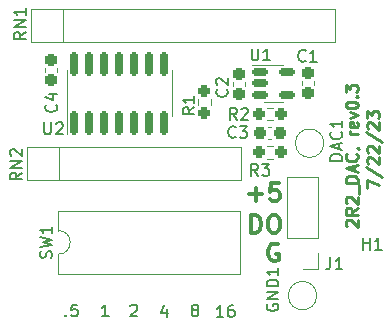
<source format=gto>
%TF.GenerationSoftware,KiCad,Pcbnew,7.0.6-7.0.6~ubuntu22.04.1*%
%TF.CreationDate,2023-08-03T12:39:30-07:00*%
%TF.ProjectId,2r2_dac_r3,3272325f-6461-4635-9f72-332e6b696361,rev?*%
%TF.SameCoordinates,Original*%
%TF.FileFunction,Legend,Top*%
%TF.FilePolarity,Positive*%
%FSLAX46Y46*%
G04 Gerber Fmt 4.6, Leading zero omitted, Abs format (unit mm)*
G04 Created by KiCad (PCBNEW 7.0.6-7.0.6~ubuntu22.04.1) date 2023-08-03 12:39:30*
%MOMM*%
%LPD*%
G01*
G04 APERTURE LIST*
G04 Aperture macros list*
%AMRoundRect*
0 Rectangle with rounded corners*
0 $1 Rounding radius*
0 $2 $3 $4 $5 $6 $7 $8 $9 X,Y pos of 4 corners*
0 Add a 4 corners polygon primitive as box body*
4,1,4,$2,$3,$4,$5,$6,$7,$8,$9,$2,$3,0*
0 Add four circle primitives for the rounded corners*
1,1,$1+$1,$2,$3*
1,1,$1+$1,$4,$5*
1,1,$1+$1,$6,$7*
1,1,$1+$1,$8,$9*
0 Add four rect primitives between the rounded corners*
20,1,$1+$1,$2,$3,$4,$5,0*
20,1,$1+$1,$4,$5,$6,$7,0*
20,1,$1+$1,$6,$7,$8,$9,0*
20,1,$1+$1,$8,$9,$2,$3,0*%
G04 Aperture macros list end*
%ADD10C,0.300000*%
%ADD11C,0.200000*%
%ADD12C,0.250000*%
%ADD13C,0.150000*%
%ADD14C,0.120000*%
%ADD15RoundRect,0.237500X-0.237500X0.250000X-0.237500X-0.250000X0.237500X-0.250000X0.237500X0.250000X0*%
%ADD16RoundRect,0.150000X-0.512500X-0.150000X0.512500X-0.150000X0.512500X0.150000X-0.512500X0.150000X0*%
%ADD17RoundRect,0.237500X0.237500X-0.300000X0.237500X0.300000X-0.237500X0.300000X-0.237500X-0.300000X0*%
%ADD18R,1.600000X1.600000*%
%ADD19O,1.600000X1.600000*%
%ADD20RoundRect,0.237500X-0.300000X-0.237500X0.300000X-0.237500X0.300000X0.237500X-0.300000X0.237500X0*%
%ADD21RoundRect,0.237500X-0.250000X-0.237500X0.250000X-0.237500X0.250000X0.237500X-0.250000X0.237500X0*%
%ADD22C,2.000000*%
%ADD23C,4.500000*%
%ADD24RoundRect,0.237500X-0.237500X0.300000X-0.237500X-0.300000X0.237500X-0.300000X0.237500X0.300000X0*%
%ADD25RoundRect,0.237500X0.250000X0.237500X-0.250000X0.237500X-0.250000X-0.237500X0.250000X-0.237500X0*%
%ADD26RoundRect,0.150000X0.150000X-0.825000X0.150000X0.825000X-0.150000X0.825000X-0.150000X-0.825000X0*%
%ADD27R,1.700000X1.700000*%
%ADD28O,1.700000X1.700000*%
G04 APERTURE END LIST*
D10*
X99986510Y-118916828D02*
X99986510Y-117416828D01*
X99986510Y-117416828D02*
X100343653Y-117416828D01*
X100343653Y-117416828D02*
X100557939Y-117488257D01*
X100557939Y-117488257D02*
X100700796Y-117631114D01*
X100700796Y-117631114D02*
X100772225Y-117773971D01*
X100772225Y-117773971D02*
X100843653Y-118059685D01*
X100843653Y-118059685D02*
X100843653Y-118273971D01*
X100843653Y-118273971D02*
X100772225Y-118559685D01*
X100772225Y-118559685D02*
X100700796Y-118702542D01*
X100700796Y-118702542D02*
X100557939Y-118845400D01*
X100557939Y-118845400D02*
X100343653Y-118916828D01*
X100343653Y-118916828D02*
X99986510Y-118916828D01*
X101772225Y-117416828D02*
X102057939Y-117416828D01*
X102057939Y-117416828D02*
X102200796Y-117488257D01*
X102200796Y-117488257D02*
X102343653Y-117631114D01*
X102343653Y-117631114D02*
X102415082Y-117916828D01*
X102415082Y-117916828D02*
X102415082Y-118416828D01*
X102415082Y-118416828D02*
X102343653Y-118702542D01*
X102343653Y-118702542D02*
X102200796Y-118845400D01*
X102200796Y-118845400D02*
X102057939Y-118916828D01*
X102057939Y-118916828D02*
X101772225Y-118916828D01*
X101772225Y-118916828D02*
X101629368Y-118845400D01*
X101629368Y-118845400D02*
X101486510Y-118702542D01*
X101486510Y-118702542D02*
X101415082Y-118416828D01*
X101415082Y-118416828D02*
X101415082Y-117916828D01*
X101415082Y-117916828D02*
X101486510Y-117631114D01*
X101486510Y-117631114D02*
X101629368Y-117488257D01*
X101629368Y-117488257D02*
X101772225Y-117416828D01*
D11*
X95144530Y-125411790D02*
X95049292Y-125364171D01*
X95049292Y-125364171D02*
X95001673Y-125316552D01*
X95001673Y-125316552D02*
X94954054Y-125221314D01*
X94954054Y-125221314D02*
X94954054Y-125173695D01*
X94954054Y-125173695D02*
X95001673Y-125078457D01*
X95001673Y-125078457D02*
X95049292Y-125030838D01*
X95049292Y-125030838D02*
X95144530Y-124983219D01*
X95144530Y-124983219D02*
X95335006Y-124983219D01*
X95335006Y-124983219D02*
X95430244Y-125030838D01*
X95430244Y-125030838D02*
X95477863Y-125078457D01*
X95477863Y-125078457D02*
X95525482Y-125173695D01*
X95525482Y-125173695D02*
X95525482Y-125221314D01*
X95525482Y-125221314D02*
X95477863Y-125316552D01*
X95477863Y-125316552D02*
X95430244Y-125364171D01*
X95430244Y-125364171D02*
X95335006Y-125411790D01*
X95335006Y-125411790D02*
X95144530Y-125411790D01*
X95144530Y-125411790D02*
X95049292Y-125459409D01*
X95049292Y-125459409D02*
X95001673Y-125507028D01*
X95001673Y-125507028D02*
X94954054Y-125602266D01*
X94954054Y-125602266D02*
X94954054Y-125792742D01*
X94954054Y-125792742D02*
X95001673Y-125887980D01*
X95001673Y-125887980D02*
X95049292Y-125935600D01*
X95049292Y-125935600D02*
X95144530Y-125983219D01*
X95144530Y-125983219D02*
X95335006Y-125983219D01*
X95335006Y-125983219D02*
X95430244Y-125935600D01*
X95430244Y-125935600D02*
X95477863Y-125887980D01*
X95477863Y-125887980D02*
X95525482Y-125792742D01*
X95525482Y-125792742D02*
X95525482Y-125602266D01*
X95525482Y-125602266D02*
X95477863Y-125507028D01*
X95477863Y-125507028D02*
X95430244Y-125459409D01*
X95430244Y-125459409D02*
X95335006Y-125411790D01*
D10*
X102272225Y-119888257D02*
X102129368Y-119816828D01*
X102129368Y-119816828D02*
X101915082Y-119816828D01*
X101915082Y-119816828D02*
X101700796Y-119888257D01*
X101700796Y-119888257D02*
X101557939Y-120031114D01*
X101557939Y-120031114D02*
X101486510Y-120173971D01*
X101486510Y-120173971D02*
X101415082Y-120459685D01*
X101415082Y-120459685D02*
X101415082Y-120673971D01*
X101415082Y-120673971D02*
X101486510Y-120959685D01*
X101486510Y-120959685D02*
X101557939Y-121102542D01*
X101557939Y-121102542D02*
X101700796Y-121245400D01*
X101700796Y-121245400D02*
X101915082Y-121316828D01*
X101915082Y-121316828D02*
X102057939Y-121316828D01*
X102057939Y-121316828D02*
X102272225Y-121245400D01*
X102272225Y-121245400D02*
X102343653Y-121173971D01*
X102343653Y-121173971D02*
X102343653Y-120673971D01*
X102343653Y-120673971D02*
X102057939Y-120673971D01*
X99786510Y-115645400D02*
X100929368Y-115645400D01*
X100357939Y-116216828D02*
X100357939Y-115073971D01*
X102357939Y-114716828D02*
X101643653Y-114716828D01*
X101643653Y-114716828D02*
X101572225Y-115431114D01*
X101572225Y-115431114D02*
X101643653Y-115359685D01*
X101643653Y-115359685D02*
X101786511Y-115288257D01*
X101786511Y-115288257D02*
X102143653Y-115288257D01*
X102143653Y-115288257D02*
X102286511Y-115359685D01*
X102286511Y-115359685D02*
X102357939Y-115431114D01*
X102357939Y-115431114D02*
X102429368Y-115573971D01*
X102429368Y-115573971D02*
X102429368Y-115931114D01*
X102429368Y-115931114D02*
X102357939Y-116073971D01*
X102357939Y-116073971D02*
X102286511Y-116145400D01*
X102286511Y-116145400D02*
X102143653Y-116216828D01*
X102143653Y-116216828D02*
X101786511Y-116216828D01*
X101786511Y-116216828D02*
X101643653Y-116145400D01*
X101643653Y-116145400D02*
X101572225Y-116073971D01*
D11*
X97625482Y-126033219D02*
X97054054Y-126033219D01*
X97339768Y-126033219D02*
X97339768Y-125033219D01*
X97339768Y-125033219D02*
X97244530Y-125176076D01*
X97244530Y-125176076D02*
X97149292Y-125271314D01*
X97149292Y-125271314D02*
X97054054Y-125318933D01*
X98482625Y-125033219D02*
X98292149Y-125033219D01*
X98292149Y-125033219D02*
X98196911Y-125080838D01*
X98196911Y-125080838D02*
X98149292Y-125128457D01*
X98149292Y-125128457D02*
X98054054Y-125271314D01*
X98054054Y-125271314D02*
X98006435Y-125461790D01*
X98006435Y-125461790D02*
X98006435Y-125842742D01*
X98006435Y-125842742D02*
X98054054Y-125937980D01*
X98054054Y-125937980D02*
X98101673Y-125985600D01*
X98101673Y-125985600D02*
X98196911Y-126033219D01*
X98196911Y-126033219D02*
X98387387Y-126033219D01*
X98387387Y-126033219D02*
X98482625Y-125985600D01*
X98482625Y-125985600D02*
X98530244Y-125937980D01*
X98530244Y-125937980D02*
X98577863Y-125842742D01*
X98577863Y-125842742D02*
X98577863Y-125604647D01*
X98577863Y-125604647D02*
X98530244Y-125509409D01*
X98530244Y-125509409D02*
X98482625Y-125461790D01*
X98482625Y-125461790D02*
X98387387Y-125414171D01*
X98387387Y-125414171D02*
X98196911Y-125414171D01*
X98196911Y-125414171D02*
X98101673Y-125461790D01*
X98101673Y-125461790D02*
X98054054Y-125509409D01*
X98054054Y-125509409D02*
X98006435Y-125604647D01*
X87925482Y-125983219D02*
X87354054Y-125983219D01*
X87639768Y-125983219D02*
X87639768Y-124983219D01*
X87639768Y-124983219D02*
X87544530Y-125126076D01*
X87544530Y-125126076D02*
X87449292Y-125221314D01*
X87449292Y-125221314D02*
X87354054Y-125268933D01*
D12*
X109796619Y-115108669D02*
X109796619Y-114442003D01*
X109796619Y-114442003D02*
X110796619Y-114870574D01*
X109749000Y-113346765D02*
X111034714Y-114203907D01*
X109891857Y-113061050D02*
X109844238Y-113013431D01*
X109844238Y-113013431D02*
X109796619Y-112918193D01*
X109796619Y-112918193D02*
X109796619Y-112680098D01*
X109796619Y-112680098D02*
X109844238Y-112584860D01*
X109844238Y-112584860D02*
X109891857Y-112537241D01*
X109891857Y-112537241D02*
X109987095Y-112489622D01*
X109987095Y-112489622D02*
X110082333Y-112489622D01*
X110082333Y-112489622D02*
X110225190Y-112537241D01*
X110225190Y-112537241D02*
X110796619Y-113108669D01*
X110796619Y-113108669D02*
X110796619Y-112489622D01*
X109891857Y-112108669D02*
X109844238Y-112061050D01*
X109844238Y-112061050D02*
X109796619Y-111965812D01*
X109796619Y-111965812D02*
X109796619Y-111727717D01*
X109796619Y-111727717D02*
X109844238Y-111632479D01*
X109844238Y-111632479D02*
X109891857Y-111584860D01*
X109891857Y-111584860D02*
X109987095Y-111537241D01*
X109987095Y-111537241D02*
X110082333Y-111537241D01*
X110082333Y-111537241D02*
X110225190Y-111584860D01*
X110225190Y-111584860D02*
X110796619Y-112156288D01*
X110796619Y-112156288D02*
X110796619Y-111537241D01*
X109749000Y-110394384D02*
X111034714Y-111251526D01*
X109891857Y-110108669D02*
X109844238Y-110061050D01*
X109844238Y-110061050D02*
X109796619Y-109965812D01*
X109796619Y-109965812D02*
X109796619Y-109727717D01*
X109796619Y-109727717D02*
X109844238Y-109632479D01*
X109844238Y-109632479D02*
X109891857Y-109584860D01*
X109891857Y-109584860D02*
X109987095Y-109537241D01*
X109987095Y-109537241D02*
X110082333Y-109537241D01*
X110082333Y-109537241D02*
X110225190Y-109584860D01*
X110225190Y-109584860D02*
X110796619Y-110156288D01*
X110796619Y-110156288D02*
X110796619Y-109537241D01*
X109796619Y-109203907D02*
X109796619Y-108584860D01*
X109796619Y-108584860D02*
X110177571Y-108918193D01*
X110177571Y-108918193D02*
X110177571Y-108775336D01*
X110177571Y-108775336D02*
X110225190Y-108680098D01*
X110225190Y-108680098D02*
X110272809Y-108632479D01*
X110272809Y-108632479D02*
X110368047Y-108584860D01*
X110368047Y-108584860D02*
X110606142Y-108584860D01*
X110606142Y-108584860D02*
X110701380Y-108632479D01*
X110701380Y-108632479D02*
X110749000Y-108680098D01*
X110749000Y-108680098D02*
X110796619Y-108775336D01*
X110796619Y-108775336D02*
X110796619Y-109061050D01*
X110796619Y-109061050D02*
X110749000Y-109156288D01*
X110749000Y-109156288D02*
X110701380Y-109203907D01*
X108091857Y-118361050D02*
X108044238Y-118313431D01*
X108044238Y-118313431D02*
X107996619Y-118218193D01*
X107996619Y-118218193D02*
X107996619Y-117980098D01*
X107996619Y-117980098D02*
X108044238Y-117884860D01*
X108044238Y-117884860D02*
X108091857Y-117837241D01*
X108091857Y-117837241D02*
X108187095Y-117789622D01*
X108187095Y-117789622D02*
X108282333Y-117789622D01*
X108282333Y-117789622D02*
X108425190Y-117837241D01*
X108425190Y-117837241D02*
X108996619Y-118408669D01*
X108996619Y-118408669D02*
X108996619Y-117789622D01*
X108996619Y-116789622D02*
X108520428Y-117122955D01*
X108996619Y-117361050D02*
X107996619Y-117361050D01*
X107996619Y-117361050D02*
X107996619Y-116980098D01*
X107996619Y-116980098D02*
X108044238Y-116884860D01*
X108044238Y-116884860D02*
X108091857Y-116837241D01*
X108091857Y-116837241D02*
X108187095Y-116789622D01*
X108187095Y-116789622D02*
X108329952Y-116789622D01*
X108329952Y-116789622D02*
X108425190Y-116837241D01*
X108425190Y-116837241D02*
X108472809Y-116884860D01*
X108472809Y-116884860D02*
X108520428Y-116980098D01*
X108520428Y-116980098D02*
X108520428Y-117361050D01*
X108091857Y-116408669D02*
X108044238Y-116361050D01*
X108044238Y-116361050D02*
X107996619Y-116265812D01*
X107996619Y-116265812D02*
X107996619Y-116027717D01*
X107996619Y-116027717D02*
X108044238Y-115932479D01*
X108044238Y-115932479D02*
X108091857Y-115884860D01*
X108091857Y-115884860D02*
X108187095Y-115837241D01*
X108187095Y-115837241D02*
X108282333Y-115837241D01*
X108282333Y-115837241D02*
X108425190Y-115884860D01*
X108425190Y-115884860D02*
X108996619Y-116456288D01*
X108996619Y-116456288D02*
X108996619Y-115837241D01*
X109091857Y-115646765D02*
X109091857Y-114884860D01*
X108996619Y-114646764D02*
X107996619Y-114646764D01*
X107996619Y-114646764D02*
X107996619Y-114408669D01*
X107996619Y-114408669D02*
X108044238Y-114265812D01*
X108044238Y-114265812D02*
X108139476Y-114170574D01*
X108139476Y-114170574D02*
X108234714Y-114122955D01*
X108234714Y-114122955D02*
X108425190Y-114075336D01*
X108425190Y-114075336D02*
X108568047Y-114075336D01*
X108568047Y-114075336D02*
X108758523Y-114122955D01*
X108758523Y-114122955D02*
X108853761Y-114170574D01*
X108853761Y-114170574D02*
X108949000Y-114265812D01*
X108949000Y-114265812D02*
X108996619Y-114408669D01*
X108996619Y-114408669D02*
X108996619Y-114646764D01*
X108710904Y-113694383D02*
X108710904Y-113218193D01*
X108996619Y-113789621D02*
X107996619Y-113456288D01*
X107996619Y-113456288D02*
X108996619Y-113122955D01*
X108901380Y-112218193D02*
X108949000Y-112265812D01*
X108949000Y-112265812D02*
X108996619Y-112408669D01*
X108996619Y-112408669D02*
X108996619Y-112503907D01*
X108996619Y-112503907D02*
X108949000Y-112646764D01*
X108949000Y-112646764D02*
X108853761Y-112742002D01*
X108853761Y-112742002D02*
X108758523Y-112789621D01*
X108758523Y-112789621D02*
X108568047Y-112837240D01*
X108568047Y-112837240D02*
X108425190Y-112837240D01*
X108425190Y-112837240D02*
X108234714Y-112789621D01*
X108234714Y-112789621D02*
X108139476Y-112742002D01*
X108139476Y-112742002D02*
X108044238Y-112646764D01*
X108044238Y-112646764D02*
X107996619Y-112503907D01*
X107996619Y-112503907D02*
X107996619Y-112408669D01*
X107996619Y-112408669D02*
X108044238Y-112265812D01*
X108044238Y-112265812D02*
X108091857Y-112218193D01*
X108949000Y-111742002D02*
X108996619Y-111742002D01*
X108996619Y-111742002D02*
X109091857Y-111789621D01*
X109091857Y-111789621D02*
X109139476Y-111837240D01*
X108996619Y-110551526D02*
X108329952Y-110551526D01*
X108520428Y-110551526D02*
X108425190Y-110503907D01*
X108425190Y-110503907D02*
X108377571Y-110456288D01*
X108377571Y-110456288D02*
X108329952Y-110361050D01*
X108329952Y-110361050D02*
X108329952Y-110265812D01*
X108949000Y-109551526D02*
X108996619Y-109646764D01*
X108996619Y-109646764D02*
X108996619Y-109837240D01*
X108996619Y-109837240D02*
X108949000Y-109932478D01*
X108949000Y-109932478D02*
X108853761Y-109980097D01*
X108853761Y-109980097D02*
X108472809Y-109980097D01*
X108472809Y-109980097D02*
X108377571Y-109932478D01*
X108377571Y-109932478D02*
X108329952Y-109837240D01*
X108329952Y-109837240D02*
X108329952Y-109646764D01*
X108329952Y-109646764D02*
X108377571Y-109551526D01*
X108377571Y-109551526D02*
X108472809Y-109503907D01*
X108472809Y-109503907D02*
X108568047Y-109503907D01*
X108568047Y-109503907D02*
X108663285Y-109980097D01*
X108329952Y-109170573D02*
X108996619Y-108932478D01*
X108996619Y-108932478D02*
X108329952Y-108694383D01*
X107996619Y-108122954D02*
X107996619Y-108027716D01*
X107996619Y-108027716D02*
X108044238Y-107932478D01*
X108044238Y-107932478D02*
X108091857Y-107884859D01*
X108091857Y-107884859D02*
X108187095Y-107837240D01*
X108187095Y-107837240D02*
X108377571Y-107789621D01*
X108377571Y-107789621D02*
X108615666Y-107789621D01*
X108615666Y-107789621D02*
X108806142Y-107837240D01*
X108806142Y-107837240D02*
X108901380Y-107884859D01*
X108901380Y-107884859D02*
X108949000Y-107932478D01*
X108949000Y-107932478D02*
X108996619Y-108027716D01*
X108996619Y-108027716D02*
X108996619Y-108122954D01*
X108996619Y-108122954D02*
X108949000Y-108218192D01*
X108949000Y-108218192D02*
X108901380Y-108265811D01*
X108901380Y-108265811D02*
X108806142Y-108313430D01*
X108806142Y-108313430D02*
X108615666Y-108361049D01*
X108615666Y-108361049D02*
X108377571Y-108361049D01*
X108377571Y-108361049D02*
X108187095Y-108313430D01*
X108187095Y-108313430D02*
X108091857Y-108265811D01*
X108091857Y-108265811D02*
X108044238Y-108218192D01*
X108044238Y-108218192D02*
X107996619Y-108122954D01*
X108901380Y-107361049D02*
X108949000Y-107313430D01*
X108949000Y-107313430D02*
X108996619Y-107361049D01*
X108996619Y-107361049D02*
X108949000Y-107408668D01*
X108949000Y-107408668D02*
X108901380Y-107361049D01*
X108901380Y-107361049D02*
X108996619Y-107361049D01*
X107996619Y-106980097D02*
X107996619Y-106361050D01*
X107996619Y-106361050D02*
X108377571Y-106694383D01*
X108377571Y-106694383D02*
X108377571Y-106551526D01*
X108377571Y-106551526D02*
X108425190Y-106456288D01*
X108425190Y-106456288D02*
X108472809Y-106408669D01*
X108472809Y-106408669D02*
X108568047Y-106361050D01*
X108568047Y-106361050D02*
X108806142Y-106361050D01*
X108806142Y-106361050D02*
X108901380Y-106408669D01*
X108901380Y-106408669D02*
X108949000Y-106456288D01*
X108949000Y-106456288D02*
X108996619Y-106551526D01*
X108996619Y-106551526D02*
X108996619Y-106837240D01*
X108996619Y-106837240D02*
X108949000Y-106932478D01*
X108949000Y-106932478D02*
X108901380Y-106980097D01*
D11*
X92830244Y-125366552D02*
X92830244Y-126033219D01*
X92592149Y-124985600D02*
X92354054Y-125699885D01*
X92354054Y-125699885D02*
X92973101Y-125699885D01*
X84301673Y-125887980D02*
X84349292Y-125935600D01*
X84349292Y-125935600D02*
X84301673Y-125983219D01*
X84301673Y-125983219D02*
X84254054Y-125935600D01*
X84254054Y-125935600D02*
X84301673Y-125887980D01*
X84301673Y-125887980D02*
X84301673Y-125983219D01*
X85254053Y-124983219D02*
X84777863Y-124983219D01*
X84777863Y-124983219D02*
X84730244Y-125459409D01*
X84730244Y-125459409D02*
X84777863Y-125411790D01*
X84777863Y-125411790D02*
X84873101Y-125364171D01*
X84873101Y-125364171D02*
X85111196Y-125364171D01*
X85111196Y-125364171D02*
X85206434Y-125411790D01*
X85206434Y-125411790D02*
X85254053Y-125459409D01*
X85254053Y-125459409D02*
X85301672Y-125554647D01*
X85301672Y-125554647D02*
X85301672Y-125792742D01*
X85301672Y-125792742D02*
X85254053Y-125887980D01*
X85254053Y-125887980D02*
X85206434Y-125935600D01*
X85206434Y-125935600D02*
X85111196Y-125983219D01*
X85111196Y-125983219D02*
X84873101Y-125983219D01*
X84873101Y-125983219D02*
X84777863Y-125935600D01*
X84777863Y-125935600D02*
X84730244Y-125887980D01*
X89754054Y-125078457D02*
X89801673Y-125030838D01*
X89801673Y-125030838D02*
X89896911Y-124983219D01*
X89896911Y-124983219D02*
X90135006Y-124983219D01*
X90135006Y-124983219D02*
X90230244Y-125030838D01*
X90230244Y-125030838D02*
X90277863Y-125078457D01*
X90277863Y-125078457D02*
X90325482Y-125173695D01*
X90325482Y-125173695D02*
X90325482Y-125268933D01*
X90325482Y-125268933D02*
X90277863Y-125411790D01*
X90277863Y-125411790D02*
X89706435Y-125983219D01*
X89706435Y-125983219D02*
X90325482Y-125983219D01*
D13*
X95186819Y-108282666D02*
X94710628Y-108615999D01*
X95186819Y-108854094D02*
X94186819Y-108854094D01*
X94186819Y-108854094D02*
X94186819Y-108473142D01*
X94186819Y-108473142D02*
X94234438Y-108377904D01*
X94234438Y-108377904D02*
X94282057Y-108330285D01*
X94282057Y-108330285D02*
X94377295Y-108282666D01*
X94377295Y-108282666D02*
X94520152Y-108282666D01*
X94520152Y-108282666D02*
X94615390Y-108330285D01*
X94615390Y-108330285D02*
X94663009Y-108377904D01*
X94663009Y-108377904D02*
X94710628Y-108473142D01*
X94710628Y-108473142D02*
X94710628Y-108854094D01*
X95186819Y-107330285D02*
X95186819Y-107901713D01*
X95186819Y-107615999D02*
X94186819Y-107615999D01*
X94186819Y-107615999D02*
X94329676Y-107711237D01*
X94329676Y-107711237D02*
X94424914Y-107806475D01*
X94424914Y-107806475D02*
X94472533Y-107901713D01*
X100022595Y-103308319D02*
X100022595Y-104117842D01*
X100022595Y-104117842D02*
X100070214Y-104213080D01*
X100070214Y-104213080D02*
X100117833Y-104260700D01*
X100117833Y-104260700D02*
X100213071Y-104308319D01*
X100213071Y-104308319D02*
X100403547Y-104308319D01*
X100403547Y-104308319D02*
X100498785Y-104260700D01*
X100498785Y-104260700D02*
X100546404Y-104213080D01*
X100546404Y-104213080D02*
X100594023Y-104117842D01*
X100594023Y-104117842D02*
X100594023Y-103308319D01*
X101594023Y-104308319D02*
X101022595Y-104308319D01*
X101308309Y-104308319D02*
X101308309Y-103308319D01*
X101308309Y-103308319D02*
X101213071Y-103451176D01*
X101213071Y-103451176D02*
X101117833Y-103546414D01*
X101117833Y-103546414D02*
X101022595Y-103594033D01*
X97919080Y-106757666D02*
X97966700Y-106805285D01*
X97966700Y-106805285D02*
X98014319Y-106948142D01*
X98014319Y-106948142D02*
X98014319Y-107043380D01*
X98014319Y-107043380D02*
X97966700Y-107186237D01*
X97966700Y-107186237D02*
X97871461Y-107281475D01*
X97871461Y-107281475D02*
X97776223Y-107329094D01*
X97776223Y-107329094D02*
X97585747Y-107376713D01*
X97585747Y-107376713D02*
X97442890Y-107376713D01*
X97442890Y-107376713D02*
X97252414Y-107329094D01*
X97252414Y-107329094D02*
X97157176Y-107281475D01*
X97157176Y-107281475D02*
X97061938Y-107186237D01*
X97061938Y-107186237D02*
X97014319Y-107043380D01*
X97014319Y-107043380D02*
X97014319Y-106948142D01*
X97014319Y-106948142D02*
X97061938Y-106805285D01*
X97061938Y-106805285D02*
X97109557Y-106757666D01*
X97109557Y-106376713D02*
X97061938Y-106329094D01*
X97061938Y-106329094D02*
X97014319Y-106233856D01*
X97014319Y-106233856D02*
X97014319Y-105995761D01*
X97014319Y-105995761D02*
X97061938Y-105900523D01*
X97061938Y-105900523D02*
X97109557Y-105852904D01*
X97109557Y-105852904D02*
X97204795Y-105805285D01*
X97204795Y-105805285D02*
X97300033Y-105805285D01*
X97300033Y-105805285D02*
X97442890Y-105852904D01*
X97442890Y-105852904D02*
X98014319Y-106424332D01*
X98014319Y-106424332D02*
X98014319Y-105805285D01*
X80586819Y-113806476D02*
X80110628Y-114139809D01*
X80586819Y-114377904D02*
X79586819Y-114377904D01*
X79586819Y-114377904D02*
X79586819Y-113996952D01*
X79586819Y-113996952D02*
X79634438Y-113901714D01*
X79634438Y-113901714D02*
X79682057Y-113854095D01*
X79682057Y-113854095D02*
X79777295Y-113806476D01*
X79777295Y-113806476D02*
X79920152Y-113806476D01*
X79920152Y-113806476D02*
X80015390Y-113854095D01*
X80015390Y-113854095D02*
X80063009Y-113901714D01*
X80063009Y-113901714D02*
X80110628Y-113996952D01*
X80110628Y-113996952D02*
X80110628Y-114377904D01*
X80586819Y-113377904D02*
X79586819Y-113377904D01*
X79586819Y-113377904D02*
X80586819Y-112806476D01*
X80586819Y-112806476D02*
X79586819Y-112806476D01*
X79682057Y-112377904D02*
X79634438Y-112330285D01*
X79634438Y-112330285D02*
X79586819Y-112235047D01*
X79586819Y-112235047D02*
X79586819Y-111996952D01*
X79586819Y-111996952D02*
X79634438Y-111901714D01*
X79634438Y-111901714D02*
X79682057Y-111854095D01*
X79682057Y-111854095D02*
X79777295Y-111806476D01*
X79777295Y-111806476D02*
X79872533Y-111806476D01*
X79872533Y-111806476D02*
X80015390Y-111854095D01*
X80015390Y-111854095D02*
X80586819Y-112425523D01*
X80586819Y-112425523D02*
X80586819Y-111806476D01*
X98665333Y-110775580D02*
X98617714Y-110823200D01*
X98617714Y-110823200D02*
X98474857Y-110870819D01*
X98474857Y-110870819D02*
X98379619Y-110870819D01*
X98379619Y-110870819D02*
X98236762Y-110823200D01*
X98236762Y-110823200D02*
X98141524Y-110727961D01*
X98141524Y-110727961D02*
X98093905Y-110632723D01*
X98093905Y-110632723D02*
X98046286Y-110442247D01*
X98046286Y-110442247D02*
X98046286Y-110299390D01*
X98046286Y-110299390D02*
X98093905Y-110108914D01*
X98093905Y-110108914D02*
X98141524Y-110013676D01*
X98141524Y-110013676D02*
X98236762Y-109918438D01*
X98236762Y-109918438D02*
X98379619Y-109870819D01*
X98379619Y-109870819D02*
X98474857Y-109870819D01*
X98474857Y-109870819D02*
X98617714Y-109918438D01*
X98617714Y-109918438D02*
X98665333Y-109966057D01*
X98998667Y-109870819D02*
X99617714Y-109870819D01*
X99617714Y-109870819D02*
X99284381Y-110251771D01*
X99284381Y-110251771D02*
X99427238Y-110251771D01*
X99427238Y-110251771D02*
X99522476Y-110299390D01*
X99522476Y-110299390D02*
X99570095Y-110347009D01*
X99570095Y-110347009D02*
X99617714Y-110442247D01*
X99617714Y-110442247D02*
X99617714Y-110680342D01*
X99617714Y-110680342D02*
X99570095Y-110775580D01*
X99570095Y-110775580D02*
X99522476Y-110823200D01*
X99522476Y-110823200D02*
X99427238Y-110870819D01*
X99427238Y-110870819D02*
X99141524Y-110870819D01*
X99141524Y-110870819D02*
X99046286Y-110823200D01*
X99046286Y-110823200D02*
X98998667Y-110775580D01*
X83069200Y-121039332D02*
X83116819Y-120896475D01*
X83116819Y-120896475D02*
X83116819Y-120658380D01*
X83116819Y-120658380D02*
X83069200Y-120563142D01*
X83069200Y-120563142D02*
X83021580Y-120515523D01*
X83021580Y-120515523D02*
X82926342Y-120467904D01*
X82926342Y-120467904D02*
X82831104Y-120467904D01*
X82831104Y-120467904D02*
X82735866Y-120515523D01*
X82735866Y-120515523D02*
X82688247Y-120563142D01*
X82688247Y-120563142D02*
X82640628Y-120658380D01*
X82640628Y-120658380D02*
X82593009Y-120848856D01*
X82593009Y-120848856D02*
X82545390Y-120944094D01*
X82545390Y-120944094D02*
X82497771Y-120991713D01*
X82497771Y-120991713D02*
X82402533Y-121039332D01*
X82402533Y-121039332D02*
X82307295Y-121039332D01*
X82307295Y-121039332D02*
X82212057Y-120991713D01*
X82212057Y-120991713D02*
X82164438Y-120944094D01*
X82164438Y-120944094D02*
X82116819Y-120848856D01*
X82116819Y-120848856D02*
X82116819Y-120610761D01*
X82116819Y-120610761D02*
X82164438Y-120467904D01*
X82116819Y-120134570D02*
X83116819Y-119896475D01*
X83116819Y-119896475D02*
X82402533Y-119705999D01*
X82402533Y-119705999D02*
X83116819Y-119515523D01*
X83116819Y-119515523D02*
X82116819Y-119277428D01*
X83116819Y-118372666D02*
X83116819Y-118944094D01*
X83116819Y-118658380D02*
X82116819Y-118658380D01*
X82116819Y-118658380D02*
X82259676Y-118753618D01*
X82259676Y-118753618D02*
X82354914Y-118848856D01*
X82354914Y-118848856D02*
X82402533Y-118944094D01*
X100565333Y-114070819D02*
X100232000Y-113594628D01*
X99993905Y-114070819D02*
X99993905Y-113070819D01*
X99993905Y-113070819D02*
X100374857Y-113070819D01*
X100374857Y-113070819D02*
X100470095Y-113118438D01*
X100470095Y-113118438D02*
X100517714Y-113166057D01*
X100517714Y-113166057D02*
X100565333Y-113261295D01*
X100565333Y-113261295D02*
X100565333Y-113404152D01*
X100565333Y-113404152D02*
X100517714Y-113499390D01*
X100517714Y-113499390D02*
X100470095Y-113547009D01*
X100470095Y-113547009D02*
X100374857Y-113594628D01*
X100374857Y-113594628D02*
X99993905Y-113594628D01*
X100898667Y-113070819D02*
X101517714Y-113070819D01*
X101517714Y-113070819D02*
X101184381Y-113451771D01*
X101184381Y-113451771D02*
X101327238Y-113451771D01*
X101327238Y-113451771D02*
X101422476Y-113499390D01*
X101422476Y-113499390D02*
X101470095Y-113547009D01*
X101470095Y-113547009D02*
X101517714Y-113642247D01*
X101517714Y-113642247D02*
X101517714Y-113880342D01*
X101517714Y-113880342D02*
X101470095Y-113975580D01*
X101470095Y-113975580D02*
X101422476Y-114023200D01*
X101422476Y-114023200D02*
X101327238Y-114070819D01*
X101327238Y-114070819D02*
X101041524Y-114070819D01*
X101041524Y-114070819D02*
X100946286Y-114023200D01*
X100946286Y-114023200D02*
X100898667Y-113975580D01*
X80886819Y-101906476D02*
X80410628Y-102239809D01*
X80886819Y-102477904D02*
X79886819Y-102477904D01*
X79886819Y-102477904D02*
X79886819Y-102096952D01*
X79886819Y-102096952D02*
X79934438Y-102001714D01*
X79934438Y-102001714D02*
X79982057Y-101954095D01*
X79982057Y-101954095D02*
X80077295Y-101906476D01*
X80077295Y-101906476D02*
X80220152Y-101906476D01*
X80220152Y-101906476D02*
X80315390Y-101954095D01*
X80315390Y-101954095D02*
X80363009Y-102001714D01*
X80363009Y-102001714D02*
X80410628Y-102096952D01*
X80410628Y-102096952D02*
X80410628Y-102477904D01*
X80886819Y-101477904D02*
X79886819Y-101477904D01*
X79886819Y-101477904D02*
X80886819Y-100906476D01*
X80886819Y-100906476D02*
X79886819Y-100906476D01*
X80886819Y-99906476D02*
X80886819Y-100477904D01*
X80886819Y-100192190D02*
X79886819Y-100192190D01*
X79886819Y-100192190D02*
X80029676Y-100287428D01*
X80029676Y-100287428D02*
X80124914Y-100382666D01*
X80124914Y-100382666D02*
X80172533Y-100477904D01*
X107686819Y-112782666D02*
X106686819Y-112782666D01*
X106686819Y-112782666D02*
X106686819Y-112544571D01*
X106686819Y-112544571D02*
X106734438Y-112401714D01*
X106734438Y-112401714D02*
X106829676Y-112306476D01*
X106829676Y-112306476D02*
X106924914Y-112258857D01*
X106924914Y-112258857D02*
X107115390Y-112211238D01*
X107115390Y-112211238D02*
X107258247Y-112211238D01*
X107258247Y-112211238D02*
X107448723Y-112258857D01*
X107448723Y-112258857D02*
X107543961Y-112306476D01*
X107543961Y-112306476D02*
X107639200Y-112401714D01*
X107639200Y-112401714D02*
X107686819Y-112544571D01*
X107686819Y-112544571D02*
X107686819Y-112782666D01*
X107401104Y-111830285D02*
X107401104Y-111354095D01*
X107686819Y-111925523D02*
X106686819Y-111592190D01*
X106686819Y-111592190D02*
X107686819Y-111258857D01*
X107591580Y-110354095D02*
X107639200Y-110401714D01*
X107639200Y-110401714D02*
X107686819Y-110544571D01*
X107686819Y-110544571D02*
X107686819Y-110639809D01*
X107686819Y-110639809D02*
X107639200Y-110782666D01*
X107639200Y-110782666D02*
X107543961Y-110877904D01*
X107543961Y-110877904D02*
X107448723Y-110925523D01*
X107448723Y-110925523D02*
X107258247Y-110973142D01*
X107258247Y-110973142D02*
X107115390Y-110973142D01*
X107115390Y-110973142D02*
X106924914Y-110925523D01*
X106924914Y-110925523D02*
X106829676Y-110877904D01*
X106829676Y-110877904D02*
X106734438Y-110782666D01*
X106734438Y-110782666D02*
X106686819Y-110639809D01*
X106686819Y-110639809D02*
X106686819Y-110544571D01*
X106686819Y-110544571D02*
X106734438Y-110401714D01*
X106734438Y-110401714D02*
X106782057Y-110354095D01*
X107686819Y-109401714D02*
X107686819Y-109973142D01*
X107686819Y-109687428D02*
X106686819Y-109687428D01*
X106686819Y-109687428D02*
X106829676Y-109782666D01*
X106829676Y-109782666D02*
X106924914Y-109877904D01*
X106924914Y-109877904D02*
X106972533Y-109973142D01*
X83458705Y-108045166D02*
X83506325Y-108092785D01*
X83506325Y-108092785D02*
X83553944Y-108235642D01*
X83553944Y-108235642D02*
X83553944Y-108330880D01*
X83553944Y-108330880D02*
X83506325Y-108473737D01*
X83506325Y-108473737D02*
X83411086Y-108568975D01*
X83411086Y-108568975D02*
X83315848Y-108616594D01*
X83315848Y-108616594D02*
X83125372Y-108664213D01*
X83125372Y-108664213D02*
X82982515Y-108664213D01*
X82982515Y-108664213D02*
X82792039Y-108616594D01*
X82792039Y-108616594D02*
X82696801Y-108568975D01*
X82696801Y-108568975D02*
X82601563Y-108473737D01*
X82601563Y-108473737D02*
X82553944Y-108330880D01*
X82553944Y-108330880D02*
X82553944Y-108235642D01*
X82553944Y-108235642D02*
X82601563Y-108092785D01*
X82601563Y-108092785D02*
X82649182Y-108045166D01*
X82887277Y-107188023D02*
X83553944Y-107188023D01*
X82506325Y-107426118D02*
X83220610Y-107664213D01*
X83220610Y-107664213D02*
X83220610Y-107045166D01*
X101334438Y-124954095D02*
X101286819Y-125049333D01*
X101286819Y-125049333D02*
X101286819Y-125192190D01*
X101286819Y-125192190D02*
X101334438Y-125335047D01*
X101334438Y-125335047D02*
X101429676Y-125430285D01*
X101429676Y-125430285D02*
X101524914Y-125477904D01*
X101524914Y-125477904D02*
X101715390Y-125525523D01*
X101715390Y-125525523D02*
X101858247Y-125525523D01*
X101858247Y-125525523D02*
X102048723Y-125477904D01*
X102048723Y-125477904D02*
X102143961Y-125430285D01*
X102143961Y-125430285D02*
X102239200Y-125335047D01*
X102239200Y-125335047D02*
X102286819Y-125192190D01*
X102286819Y-125192190D02*
X102286819Y-125096952D01*
X102286819Y-125096952D02*
X102239200Y-124954095D01*
X102239200Y-124954095D02*
X102191580Y-124906476D01*
X102191580Y-124906476D02*
X101858247Y-124906476D01*
X101858247Y-124906476D02*
X101858247Y-125096952D01*
X102286819Y-124477904D02*
X101286819Y-124477904D01*
X101286819Y-124477904D02*
X102286819Y-123906476D01*
X102286819Y-123906476D02*
X101286819Y-123906476D01*
X102286819Y-123430285D02*
X101286819Y-123430285D01*
X101286819Y-123430285D02*
X101286819Y-123192190D01*
X101286819Y-123192190D02*
X101334438Y-123049333D01*
X101334438Y-123049333D02*
X101429676Y-122954095D01*
X101429676Y-122954095D02*
X101524914Y-122906476D01*
X101524914Y-122906476D02*
X101715390Y-122858857D01*
X101715390Y-122858857D02*
X101858247Y-122858857D01*
X101858247Y-122858857D02*
X102048723Y-122906476D01*
X102048723Y-122906476D02*
X102143961Y-122954095D01*
X102143961Y-122954095D02*
X102239200Y-123049333D01*
X102239200Y-123049333D02*
X102286819Y-123192190D01*
X102286819Y-123192190D02*
X102286819Y-123430285D01*
X102286819Y-121906476D02*
X102286819Y-122477904D01*
X102286819Y-122192190D02*
X101286819Y-122192190D01*
X101286819Y-122192190D02*
X101429676Y-122287428D01*
X101429676Y-122287428D02*
X101524914Y-122382666D01*
X101524914Y-122382666D02*
X101572533Y-122477904D01*
X98765333Y-109345819D02*
X98432000Y-108869628D01*
X98193905Y-109345819D02*
X98193905Y-108345819D01*
X98193905Y-108345819D02*
X98574857Y-108345819D01*
X98574857Y-108345819D02*
X98670095Y-108393438D01*
X98670095Y-108393438D02*
X98717714Y-108441057D01*
X98717714Y-108441057D02*
X98765333Y-108536295D01*
X98765333Y-108536295D02*
X98765333Y-108679152D01*
X98765333Y-108679152D02*
X98717714Y-108774390D01*
X98717714Y-108774390D02*
X98670095Y-108822009D01*
X98670095Y-108822009D02*
X98574857Y-108869628D01*
X98574857Y-108869628D02*
X98193905Y-108869628D01*
X99146286Y-108441057D02*
X99193905Y-108393438D01*
X99193905Y-108393438D02*
X99289143Y-108345819D01*
X99289143Y-108345819D02*
X99527238Y-108345819D01*
X99527238Y-108345819D02*
X99622476Y-108393438D01*
X99622476Y-108393438D02*
X99670095Y-108441057D01*
X99670095Y-108441057D02*
X99717714Y-108536295D01*
X99717714Y-108536295D02*
X99717714Y-108631533D01*
X99717714Y-108631533D02*
X99670095Y-108774390D01*
X99670095Y-108774390D02*
X99098667Y-109345819D01*
X99098667Y-109345819D02*
X99717714Y-109345819D01*
X82467220Y-109558319D02*
X82467220Y-110367842D01*
X82467220Y-110367842D02*
X82514839Y-110463080D01*
X82514839Y-110463080D02*
X82562458Y-110510700D01*
X82562458Y-110510700D02*
X82657696Y-110558319D01*
X82657696Y-110558319D02*
X82848172Y-110558319D01*
X82848172Y-110558319D02*
X82943410Y-110510700D01*
X82943410Y-110510700D02*
X82991029Y-110463080D01*
X82991029Y-110463080D02*
X83038648Y-110367842D01*
X83038648Y-110367842D02*
X83038648Y-109558319D01*
X83467220Y-109653557D02*
X83514839Y-109605938D01*
X83514839Y-109605938D02*
X83610077Y-109558319D01*
X83610077Y-109558319D02*
X83848172Y-109558319D01*
X83848172Y-109558319D02*
X83943410Y-109605938D01*
X83943410Y-109605938D02*
X83991029Y-109653557D01*
X83991029Y-109653557D02*
X84038648Y-109748795D01*
X84038648Y-109748795D02*
X84038648Y-109844033D01*
X84038648Y-109844033D02*
X83991029Y-109986890D01*
X83991029Y-109986890D02*
X83419601Y-110558319D01*
X83419601Y-110558319D02*
X84038648Y-110558319D01*
X109470095Y-120320819D02*
X109470095Y-119320819D01*
X109470095Y-119797009D02*
X110041523Y-119797009D01*
X110041523Y-120320819D02*
X110041523Y-119320819D01*
X111041523Y-120320819D02*
X110470095Y-120320819D01*
X110755809Y-120320819D02*
X110755809Y-119320819D01*
X110755809Y-119320819D02*
X110660571Y-119463676D01*
X110660571Y-119463676D02*
X110565333Y-119558914D01*
X110565333Y-119558914D02*
X110470095Y-119606533D01*
X104592833Y-104313080D02*
X104545214Y-104360700D01*
X104545214Y-104360700D02*
X104402357Y-104408319D01*
X104402357Y-104408319D02*
X104307119Y-104408319D01*
X104307119Y-104408319D02*
X104164262Y-104360700D01*
X104164262Y-104360700D02*
X104069024Y-104265461D01*
X104069024Y-104265461D02*
X104021405Y-104170223D01*
X104021405Y-104170223D02*
X103973786Y-103979747D01*
X103973786Y-103979747D02*
X103973786Y-103836890D01*
X103973786Y-103836890D02*
X104021405Y-103646414D01*
X104021405Y-103646414D02*
X104069024Y-103551176D01*
X104069024Y-103551176D02*
X104164262Y-103455938D01*
X104164262Y-103455938D02*
X104307119Y-103408319D01*
X104307119Y-103408319D02*
X104402357Y-103408319D01*
X104402357Y-103408319D02*
X104545214Y-103455938D01*
X104545214Y-103455938D02*
X104592833Y-103503557D01*
X105545214Y-104408319D02*
X104973786Y-104408319D01*
X105259500Y-104408319D02*
X105259500Y-103408319D01*
X105259500Y-103408319D02*
X105164262Y-103551176D01*
X105164262Y-103551176D02*
X105069024Y-103646414D01*
X105069024Y-103646414D02*
X104973786Y-103694033D01*
X106698666Y-120970819D02*
X106698666Y-121685104D01*
X106698666Y-121685104D02*
X106651047Y-121827961D01*
X106651047Y-121827961D02*
X106555809Y-121923200D01*
X106555809Y-121923200D02*
X106412952Y-121970819D01*
X106412952Y-121970819D02*
X106317714Y-121970819D01*
X107698666Y-121970819D02*
X107127238Y-121970819D01*
X107412952Y-121970819D02*
X107412952Y-120970819D01*
X107412952Y-120970819D02*
X107317714Y-121113676D01*
X107317714Y-121113676D02*
X107222476Y-121208914D01*
X107222476Y-121208914D02*
X107127238Y-121256533D01*
D14*
%TO.C,R1*%
X96554500Y-107561276D02*
X96554500Y-108070724D01*
X95509500Y-107561276D02*
X95509500Y-108070724D01*
%TO.C,U1*%
X101897000Y-104693500D02*
X100097000Y-104693500D01*
X101897000Y-104693500D02*
X102697000Y-104693500D01*
X101897000Y-107813500D02*
X101097000Y-107813500D01*
X101897000Y-107813500D02*
X102697000Y-107813500D01*
%TO.C,C2*%
X98449500Y-106437267D02*
X98449500Y-106144733D01*
X99469500Y-106437267D02*
X99469500Y-106144733D01*
%TO.C,RN2*%
X81012000Y-111616000D02*
X81012000Y-114416000D01*
X81012000Y-114416000D02*
X99132000Y-114416000D01*
X83722000Y-111616000D02*
X83722000Y-114416000D01*
X99132000Y-111616000D02*
X81012000Y-111616000D01*
X99132000Y-114416000D02*
X99132000Y-111616000D01*
%TO.C,C3*%
X101413233Y-109981000D02*
X101705767Y-109981000D01*
X101413233Y-111001000D02*
X101705767Y-111001000D01*
%TO.C,SW1*%
X83662000Y-122356000D02*
X99022000Y-122356000D01*
X99022000Y-122356000D02*
X99022000Y-117056000D01*
X83662000Y-120706000D02*
X83662000Y-122356000D01*
X83662000Y-117056000D02*
X83662000Y-118706000D01*
X99022000Y-117056000D02*
X83662000Y-117056000D01*
X83662000Y-120706000D02*
G75*
G03*
X83662000Y-118706000I0J1000000D01*
G01*
%TO.C,R3*%
X101304776Y-111568500D02*
X101814224Y-111568500D01*
X101304776Y-112613500D02*
X101814224Y-112613500D01*
%TO.C,RN1*%
X81372000Y-99916000D02*
X81372000Y-102716000D01*
X81372000Y-102716000D02*
X107112000Y-102716000D01*
X84082000Y-99916000D02*
X84082000Y-102716000D01*
X107112000Y-99916000D02*
X81372000Y-99916000D01*
X107112000Y-102716000D02*
X107112000Y-99916000D01*
%TO.C,DAC1*%
X106132000Y-111316000D02*
G75*
G03*
X106132000Y-111316000I-1200000J0D01*
G01*
%TO.C,C4*%
X83549125Y-104982233D02*
X83549125Y-105274767D01*
X82529125Y-104982233D02*
X82529125Y-105274767D01*
%TO.C,GND1*%
X105532000Y-124216000D02*
G75*
G03*
X105532000Y-124216000I-1200000J0D01*
G01*
%TO.C,R2*%
X101814224Y-109388500D02*
X101304776Y-109388500D01*
X101814224Y-108343500D02*
X101304776Y-108343500D01*
%TO.C,U2*%
X84394125Y-107103500D02*
X84394125Y-110553500D01*
X84394125Y-107103500D02*
X84394125Y-105153500D01*
X93264125Y-107103500D02*
X93264125Y-109053500D01*
X93264125Y-107103500D02*
X93264125Y-105153500D01*
%TO.C,C1*%
X105269500Y-106057233D02*
X105269500Y-106349767D01*
X104249500Y-106057233D02*
X104249500Y-106349767D01*
%TO.C,J1*%
X105662000Y-121926000D02*
X104332000Y-121926000D01*
X105662000Y-120596000D02*
X105662000Y-121926000D01*
X105662000Y-119326000D02*
X105662000Y-114186000D01*
X105662000Y-119326000D02*
X103002000Y-119326000D01*
X105662000Y-114186000D02*
X103002000Y-114186000D01*
X103002000Y-119326000D02*
X103002000Y-114186000D01*
%TD*%
%LPC*%
D15*
%TO.C,R1*%
X96032000Y-106903500D03*
X96032000Y-108728500D03*
%TD*%
D16*
%TO.C,U1*%
X100759500Y-105303500D03*
X100759500Y-106253500D03*
X100759500Y-107203500D03*
X103034500Y-107203500D03*
X103034500Y-105303500D03*
%TD*%
D17*
%TO.C,C2*%
X98959500Y-107153500D03*
X98959500Y-105428500D03*
%TD*%
D18*
%TO.C,RN2*%
X82452000Y-113016000D03*
D19*
X84992000Y-113016000D03*
X87532000Y-113016000D03*
X90072000Y-113016000D03*
X92612000Y-113016000D03*
X95152000Y-113016000D03*
X97692000Y-113016000D03*
%TD*%
D20*
%TO.C,C3*%
X100697000Y-110491000D03*
X102422000Y-110491000D03*
%TD*%
D18*
%TO.C,SW1*%
X84992000Y-123516000D03*
D19*
X87532000Y-123516000D03*
X90072000Y-123516000D03*
X92612000Y-123516000D03*
X95152000Y-123516000D03*
X97692000Y-123516000D03*
X97692000Y-115896000D03*
X95152000Y-115896000D03*
X92612000Y-115896000D03*
X90072000Y-115896000D03*
X87532000Y-115896000D03*
X84992000Y-115896000D03*
%TD*%
D21*
%TO.C,R3*%
X100647000Y-112091000D03*
X102472000Y-112091000D03*
%TD*%
D18*
%TO.C,RN1*%
X82812000Y-101316000D03*
D19*
X85352000Y-101316000D03*
X87892000Y-101316000D03*
X90432000Y-101316000D03*
X92972000Y-101316000D03*
X95512000Y-101316000D03*
X98052000Y-101316000D03*
X100592000Y-101316000D03*
X103132000Y-101316000D03*
X105672000Y-101316000D03*
%TD*%
D22*
%TO.C,DAC1*%
X104932000Y-111316000D03*
%TD*%
D23*
%TO.C,H2*%
X110232000Y-102516000D03*
%TD*%
D24*
%TO.C,C4*%
X83039125Y-104266000D03*
X83039125Y-105991000D03*
%TD*%
D22*
%TO.C,GND1*%
X104332000Y-124216000D03*
%TD*%
D25*
%TO.C,R2*%
X102472000Y-108866000D03*
X100647000Y-108866000D03*
%TD*%
D26*
%TO.C,U2*%
X85019125Y-109578500D03*
X86289125Y-109578500D03*
X87559125Y-109578500D03*
X88829125Y-109578500D03*
X90099125Y-109578500D03*
X91369125Y-109578500D03*
X92639125Y-109578500D03*
X92639125Y-104628500D03*
X91369125Y-104628500D03*
X90099125Y-104628500D03*
X88829125Y-104628500D03*
X87559125Y-104628500D03*
X86289125Y-104628500D03*
X85019125Y-104628500D03*
%TD*%
D23*
%TO.C,H1*%
X110232000Y-123116000D03*
%TD*%
D24*
%TO.C,C1*%
X104759500Y-105341000D03*
X104759500Y-107066000D03*
%TD*%
D27*
%TO.C,J1*%
X104332000Y-120596000D03*
D28*
X104332000Y-118056000D03*
X104332000Y-115516000D03*
%TD*%
%LPD*%
M02*

</source>
